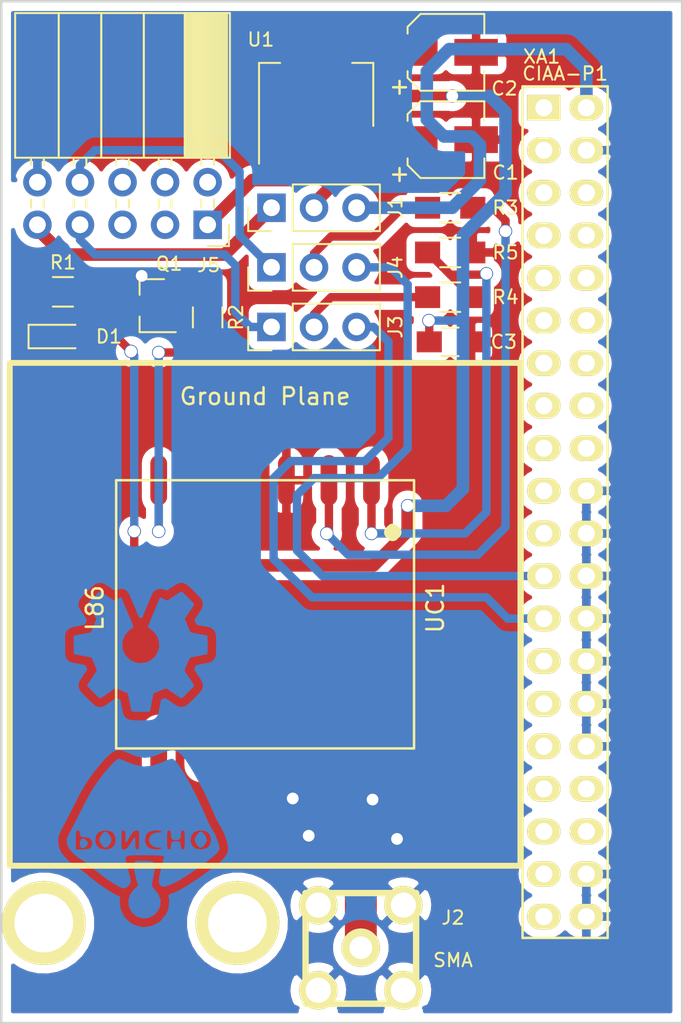
<source format=kicad_pcb>
(kicad_pcb (version 4) (host pcbnew 4.0.6)
  (title_block (title "Poncho L86") (date 2017-09-07) (rev 1.1) (company "Iván Sierra - Cika Internacional") (comment 1 "Tel: (5411) 4522-5466 (Rotativas)") (comment 2 "Sede Argentina: Av. de Los Incas 4821 (1427) – Bs. As.") (comment 3 http://cikainternacional.com/) (comment 4 "Soluciones Electrónicas Integrales"))
  (layers (0 F.Cu signal) (31 B.Cu signal) (34 B.Paste user) (35 F.Paste user) (36 B.SilkS user) (37 F.SilkS user) (38 B.Mask user) (39 F.Mask user) (44 Edge.Cuts user))
  (net 0 "")
  (net 1 +3V3)
  (net 2 GND)
  (net 3 "Net-(D1-Pad1)")
  (net 4 "Net-(Q1-Pad1)")
  (net 5 "Net-(Q1-Pad3)")
  (net 6 RX)
  (net 7 TX)
  (net 8 "Net-(R2-Pad2)")
  (net 9 "Net-(UC1-Pad7)")
  (net 10 "Net-(UC1-Pad8)")
  (net 11 "Net-(UC1-Pad9)")
  (net 12 "Net-(C1-Pad1)")
  (net 13 Vcc_USB-UART)
  (net 14 "Net-(J1-Pad3)")
  (net 15 "Net-(J2-Pad1)")
  (net 16 "Net-(J3-Pad1)")
  (net 17 "Net-(J3-Pad2)")
  (net 18 "Net-(J3-Pad3)")
  (net 19 "Net-(J4-Pad1)")
  (net 20 "Net-(J4-Pad2)")
  (net 21 "Net-(J4-Pad3)")
  (net 22 "Net-(J5-Pad2)")
  (net 23 "Net-(J5-Pad3)")
  (net 24 "Net-(J5-Pad4)")
  (net 25 "Net-(J5-Pad5)")
  (net 26 "Net-(J5-Pad6)")
  (net 27 "Net-(XA1-Pad1)")
  (module Poncho_L86:LED_0805 (layer F.Cu) (at 132.715 76.5175)
    (fp_text reference D1 (at 3 0) (layer F.SilkS) (effects (font (size 0.8 0.8) (thickness 0.12))))
    (fp_text value LT8A22)
    (pad 2 smd rect (at 1.1 0 180) (size 1.2 1.2) (layers F.Cu F.Paste F.Mask) (net 1 +3V3))
    (pad 1 smd rect (at -1.1 0 180) (size 1.2 1.2) (layers F.Cu F.Paste F.Mask) (net 3 "Net-(D1-Pad1)"))
  )
  (module Poncho_L86:L86 (layer F.Cu) (at 151.384 85.09 180)
    (fp_text reference UC1 (at -3.81 -7.62 270) (layer F.SilkS))
    (fp_text value L86 (at 16.51 -7.62 270) (layer F.SilkS))
    (fp_text user "Ground Plane" (at 6.35 5 180) (layer F.SilkS))
    (fp_text user . (at -1.27 -1.905 180) (layer F.SilkS) (effects (font (size 3 3) (thickness 0.75))))
    (pad 1 smd oval (at 0 0 180) (size 1 3) (layers F.Cu F.Paste F.Mask) (net 6 RX))
    (pad 2 smd oval (at 2.54 0 180) (size 1 3) (layers F.Cu F.Paste F.Mask) (net 7 TX))
    (pad 3 smd oval (at 5.08 0 180) (size 1 3) (layers F.Cu F.Paste F.Mask) (net 2 GND))
    (pad 4 smd oval (at 7.62 0 180) (size 1 3) (layers F.Cu F.Paste F.Mask) (net 1 +3V3))
    (pad 5 smd oval (at 10.16 0 180) (size 1 3) (layers F.Cu F.Paste F.Mask) (net 1 +3V3))
    (pad 6 smd oval (at 12.7 0 180) (size 1 3) (layers F.Cu F.Paste F.Mask) (net 8 "Net-(R2-Pad2)"))
    (pad 7 smd oval (at 12.7 -16 180) (size 1 3) (layers F.Cu F.Paste F.Mask) (net 9 "Net-(UC1-Pad7)"))
    (pad 8 smd oval (at 10.16 -16 180) (size 1 3) (layers F.Cu F.Paste F.Mask) (net 10 "Net-(UC1-Pad8)"))
    (pad 9 smd oval (at 7.62 -16 180) (size 1 3) (layers F.Cu F.Paste F.Mask) (net 11 "Net-(UC1-Pad9)"))
    (pad 10 smd oval (at 5.08 -16 180) (size 1 3) (layers F.Cu F.Paste F.Mask) (net 1 +3V3))
    (pad 11 smd oval (at 2.54 -16 180) (size 1 3) (layers F.Cu F.Paste F.Mask) (net 15 "Net-(J2-Pad1)"))
    (pad 12 smd oval (at 0 -16 180) (size 1 3) (layers F.Cu F.Paste F.Mask) (net 2 GND))
  )
  (module Poncho_L86:Conn_Poncho_Derecha_Sin_Pin_Desc (layer F.Cu) (at 161.671 62.865)
    (fp_text reference XA1 (at -0.127 -3.048) (layer F.SilkS) (effects (font (size 0.8 0.8) (thickness 0.12))))
    (fp_text value Conn_PonchoMP_2x_20x2 hide)
    (fp_text user CIAA-P1 (at 1.27 -2.032) (layer F.SilkS) (effects (font (size 0.8 0.8) (thickness 0.12))))
    (pad 1 thru_hole rect (at 0 0 270) (size 1.524 2) (drill 1.016) (layers *.Cu *.Mask F.SilkS) (net 27 "Net-(XA1-Pad1)"))
    (pad 2 thru_hole oval (at 2.54 0 270) (size 1.524 2) (drill 1.016) (layers *.Cu *.Mask F.SilkS) (net 14 "Net-(J1-Pad3)"))
    (pad 11 thru_hole oval (at 0 12.7 270) (size 1.524 2) (drill 1.016) (layers *.Cu *.Mask F.SilkS))
    (pad 4 thru_hole oval (at 2.54 2.54 270) (size 1.524 2) (drill 1.016) (layers *.Cu *.Mask F.SilkS) (net 2 GND))
    (pad 13 thru_hole oval (at 0 15.24 270) (size 1.524 2) (drill 1.016) (layers *.Cu *.Mask F.SilkS))
    (pad 6 thru_hole oval (at 2.54 5.08 270) (size 1.524 2) (drill 1.016) (layers *.Cu *.Mask F.SilkS))
    (pad 15 thru_hole oval (at 0 17.78 270) (size 1.524 2) (drill 1.016) (layers *.Cu *.Mask F.SilkS))
    (pad 8 thru_hole oval (at 2.54 7.62 270) (size 1.524 2) (drill 1.016) (layers *.Cu *.Mask F.SilkS))
    (pad 17 thru_hole oval (at 0 20.32 270) (size 1.524 2) (drill 1.016) (layers *.Cu *.Mask F.SilkS))
    (pad 10 thru_hole oval (at 2.54 10.16 270) (size 1.524 2) (drill 1.016) (layers *.Cu *.Mask F.SilkS))
    (pad 19 thru_hole oval (at 0 22.86 270) (size 1.524 2) (drill 1.016) (layers *.Cu *.Mask F.SilkS))
    (pad 12 thru_hole oval (at 2.54 12.7 270) (size 1.524 2) (drill 1.016) (layers *.Cu *.Mask F.SilkS))
    (pad 21 thru_hole oval (at 0 25.4 270) (size 1.524 2) (drill 1.016) (layers *.Cu *.Mask F.SilkS))
    (pad 14 thru_hole oval (at 2.54 15.24 270) (size 1.524 2) (drill 1.016) (layers *.Cu *.Mask F.SilkS))
    (pad 23 thru_hole oval (at 0 27.94 270) (size 1.524 2) (drill 1.016) (layers *.Cu *.Mask F.SilkS) (net 21 "Net-(J4-Pad3)"))
    (pad 16 thru_hole oval (at 2.54 17.78 270) (size 1.524 2) (drill 1.016) (layers *.Cu *.Mask F.SilkS))
    (pad 25 thru_hole oval (at 0 30.48 270) (size 1.524 2) (drill 1.016) (layers *.Cu *.Mask F.SilkS) (net 18 "Net-(J3-Pad3)"))
    (pad 18 thru_hole oval (at 2.54 20.32 270) (size 1.524 2) (drill 1.016) (layers *.Cu *.Mask F.SilkS))
    (pad 27 thru_hole oval (at 0 33.02 270) (size 1.524 2) (drill 1.016) (layers *.Cu *.Mask F.SilkS))
    (pad 20 thru_hole oval (at 2.54 22.86 270) (size 1.524 2) (drill 1.016) (layers *.Cu *.Mask F.SilkS) (net 2 GND))
    (pad 29 thru_hole oval (at 0 35.56 270) (size 1.524 2) (drill 1.016) (layers *.Cu *.Mask F.SilkS))
    (pad 22 thru_hole oval (at 2.54 25.4 270) (size 1.524 2) (drill 1.016) (layers *.Cu *.Mask F.SilkS) (net 2 GND))
    (pad 31 thru_hole oval (at 0 38.1 270) (size 1.524 2) (drill 1.016) (layers *.Cu *.Mask F.SilkS))
    (pad 24 thru_hole oval (at 2.54 27.94 270) (size 1.524 2) (drill 1.016) (layers *.Cu *.Mask F.SilkS) (net 2 GND))
    (pad 26 thru_hole oval (at 2.54 30.48 270) (size 1.524 2) (drill 1.016) (layers *.Cu *.Mask F.SilkS) (net 2 GND))
    (pad 33 thru_hole oval (at 0 40.64 270) (size 1.524 2) (drill 1.016) (layers *.Cu *.Mask F.SilkS))
    (pad 28 thru_hole oval (at 2.54 33.02 270) (size 1.524 2) (drill 1.016) (layers *.Cu *.Mask F.SilkS) (net 2 GND))
    (pad 32 thru_hole oval (at 2.54 38.1 270) (size 1.524 2) (drill 1.016) (layers *.Cu *.Mask F.SilkS) (net 2 GND))
    (pad 34 thru_hole oval (at 2.54 40.64 270) (size 1.524 2) (drill 1.016) (layers *.Cu *.Mask F.SilkS))
    (pad 36 thru_hole oval (at 2.54 43.18 270) (size 1.524 2) (drill 1.016) (layers *.Cu *.Mask F.SilkS))
    (pad 38 thru_hole oval (at 2.54 45.72 270) (size 1.524 2) (drill 1.016) (layers *.Cu *.Mask F.SilkS) (net 2 GND))
    (pad 35 thru_hole oval (at 0 43.18 270) (size 1.524 2) (drill 1.016) (layers *.Cu *.Mask F.SilkS))
    (pad 37 thru_hole oval (at 0 45.72 270) (size 1.524 2) (drill 1.016) (layers *.Cu *.Mask F.SilkS))
    (pad 3 thru_hole oval (at 0 2.54 270) (size 1.524 2) (drill 1.016) (layers *.Cu *.Mask F.SilkS))
    (pad 5 thru_hole oval (at 0 5.08 270) (size 1.524 2) (drill 1.016) (layers *.Cu *.Mask F.SilkS))
    (pad 7 thru_hole oval (at 0 7.62 270) (size 1.524 2) (drill 1.016) (layers *.Cu *.Mask F.SilkS))
    (pad 9 thru_hole oval (at 0 10.16 270) (size 1.524 2) (drill 1.016) (layers *.Cu *.Mask F.SilkS))
    (pad 39 thru_hole oval (at 0 48.26 270) (size 1.524 2) (drill 1.016) (layers *.Cu *.Mask F.SilkS))
    (pad 40 thru_hole oval (at 2.54 48.26 270) (size 1.524 2) (drill 1.016) (layers *.Cu *.Mask F.SilkS) (net 2 GND))
    (pad 30 thru_hole oval (at 2.54 35.56 270) (size 1.524 2) (drill 1.016) (layers *.Cu *.Mask F.SilkS) (net 2 GND))
  )
  (module Poncho_L86:CP_Elec_4x5.3 (layer F.Cu) (at 155.829 64.77)
    (fp_text reference C1 (at 3.556 1.9685) (layer F.SilkS) (effects (font (size 0.8 0.8) (thickness 0.12))))
    (fp_text value 10uF/16V)
    (fp_text user + (at -2.77 2.01) (layer F.SilkS))
    (pad 1 smd rect (at -1.8 0 180) (size 2.6 1.6) (layers F.Cu F.Paste F.Mask) (net 12 "Net-(C1-Pad1)"))
    (pad 2 smd rect (at 1.8 0 180) (size 2.6 1.6) (layers F.Cu F.Paste F.Mask) (net 2 GND))
  )
  (module Poncho_L86:CP_Elec_4x5.3 (layer F.Cu) (at 155.829 59.563)
    (fp_text reference C2 (at 3.4925 2.159) (layer F.SilkS) (effects (font (size 0.8 0.8) (thickness 0.12))))
    (fp_text value 10uF/16V)
    (fp_text user + (at -2.77 2.01) (layer F.SilkS))
    (pad 1 smd rect (at -1.8 0 180) (size 2.6 1.6) (layers F.Cu F.Paste F.Mask) (net 1 +3V3))
    (pad 2 smd rect (at 1.8 0 180) (size 2.6 1.6) (layers F.Cu F.Paste F.Mask) (net 2 GND))
  )
  (module Poncho_L86:C_0805_HandSoldering (layer F.Cu) (at 156.083 76.835)
    (fp_text reference C3 (at 3.2 0) (layer F.SilkS) (effects (font (size 0.8 0.8) (thickness 0.12))))
    (fp_text value 100nF)
    (pad 1 smd rect (at -1.25 0) (size 1.5 1.25) (layers F.Cu F.Paste F.Mask) (net 1 +3V3))
    (pad 2 smd rect (at 1.25 0) (size 1.5 1.25) (layers F.Cu F.Paste F.Mask) (net 2 GND))
  )
  (module Poncho_L86:Pin_Header_Straight_1x03_Pitch2.54mm (layer F.Cu) (at 145.415 68.834 90)
    (fp_text reference J1 (at 0 7.4 90) (layer F.SilkS) (effects (font (size 0.8 0.8) (thickness 0.12))))
    (fp_text value JP_Vcc)
    (pad 1 thru_hole rect (at 0 0 90) (size 1.7 1.7) (drill 1) (layers *.Cu *.Mask) (net 13 Vcc_USB-UART))
    (pad 2 thru_hole oval (at 0 2.54 90) (size 1.7 1.7) (drill 1) (layers *.Cu *.Mask) (net 12 "Net-(C1-Pad1)"))
    (pad 3 thru_hole oval (at 0 5.08 90) (size 1.7 1.7) (drill 1) (layers *.Cu *.Mask) (net 14 "Net-(J1-Pad3)"))
  )
  (module Poncho_L86:Pin_Header_Straight_1x03_Pitch2.54mm (layer F.Cu) (at 145.415 75.946 90)
    (fp_text reference J3 (at 0 7.4 90) (layer F.SilkS) (effects (font (size 0.8 0.8) (thickness 0.12))))
    (fp_text value JP_TX)
    (pad 1 thru_hole rect (at 0 0 90) (size 1.7 1.7) (drill 1) (layers *.Cu *.Mask) (net 16 "Net-(J3-Pad1)"))
    (pad 2 thru_hole oval (at 0 2.54 90) (size 1.7 1.7) (drill 1) (layers *.Cu *.Mask) (net 17 "Net-(J3-Pad2)"))
    (pad 3 thru_hole oval (at 0 5.08 90) (size 1.7 1.7) (drill 1) (layers *.Cu *.Mask) (net 18 "Net-(J3-Pad3)"))
  )
  (module Poncho_L86:Pin_Header_Straight_1x03_Pitch2.54mm (layer F.Cu) (at 145.415 72.39 90)
    (fp_text reference J4 (at 0 7.4 90) (layer F.SilkS) (effects (font (size 0.8 0.8) (thickness 0.12))))
    (fp_text value JP_RX)
    (pad 1 thru_hole rect (at 0 0 90) (size 1.7 1.7) (drill 1) (layers *.Cu *.Mask) (net 19 "Net-(J4-Pad1)"))
    (pad 2 thru_hole oval (at 0 2.54 90) (size 1.7 1.7) (drill 1) (layers *.Cu *.Mask) (net 20 "Net-(J4-Pad2)"))
    (pad 3 thru_hole oval (at 0 5.08 90) (size 1.7 1.7) (drill 1) (layers *.Cu *.Mask) (net 21 "Net-(J4-Pad3)"))
  )
  (module Poncho_L86:Socket_Strip_Angled_2x05_Pitch2.54mm (layer F.Cu) (at 141.605 69.85 270)
    (fp_text reference J5 (at 2.413 -0.0635 360) (layer F.SilkS) (effects (font (size 0.8 0.8) (thickness 0.12))))
    (fp_text value CONN_USB-UART)
    (pad 1 thru_hole rect (at 0 0 270) (size 1.7 1.7) (drill 1) (layers *.Cu *.Mask) (net 1 +3V3))
    (pad 2 thru_hole oval (at -2.54 0 270) (size 1.7 1.7) (drill 1) (layers *.Cu *.Mask) (net 22 "Net-(J5-Pad2)"))
    (pad 3 thru_hole oval (at 0 2.54 270) (size 1.7 1.7) (drill 1) (layers *.Cu *.Mask) (net 23 "Net-(J5-Pad3)"))
    (pad 4 thru_hole oval (at -2.54 2.54 270) (size 1.7 1.7) (drill 1) (layers *.Cu *.Mask) (net 24 "Net-(J5-Pad4)"))
    (pad 5 thru_hole oval (at 0 5.08 270) (size 1.7 1.7) (drill 1) (layers *.Cu *.Mask) (net 25 "Net-(J5-Pad5)"))
    (pad 6 thru_hole oval (at -2.54 5.08 270) (size 1.7 1.7) (drill 1) (layers *.Cu *.Mask) (net 26 "Net-(J5-Pad6)"))
    (pad 7 thru_hole oval (at 0 7.62 270) (size 1.7 1.7) (drill 1) (layers *.Cu *.Mask) (net 16 "Net-(J3-Pad1)"))
    (pad 8 thru_hole oval (at -2.54 7.62 270) (size 1.7 1.7) (drill 1) (layers *.Cu *.Mask) (net 19 "Net-(J4-Pad1)"))
    (pad 9 thru_hole oval (at 0 10.16 270) (size 1.7 1.7) (drill 1) (layers *.Cu *.Mask) (net 13 Vcc_USB-UART))
    (pad 10 thru_hole oval (at -2.54 10.16 270) (size 1.7 1.7) (drill 1) (layers *.Cu *.Mask) (net 2 GND))
  )
  (module Poncho_L86:SOT-23 (layer F.Cu) (at 138.303 74.676 180)
    (fp_text reference Q1 (at -1 2.5 180) (layer F.SilkS) (effects (font (size 0.8 0.8) (thickness 0.12))))
    (fp_text value BC847B)
    (pad 1 smd rect (at -1 -0.95 180) (size 0.9 0.8) (layers F.Cu F.Paste F.Mask) (net 4 "Net-(Q1-Pad1)"))
    (pad 2 smd rect (at -1 0.95 180) (size 0.9 0.8) (layers F.Cu F.Paste F.Mask) (net 2 GND))
    (pad 3 smd rect (at 1 0 180) (size 0.9 0.8) (layers F.Cu F.Paste F.Mask) (net 5 "Net-(Q1-Pad3)"))
  )
  (module Poncho_L86:R_0805_HandSoldering (layer F.Cu) (at 141.605 75.3745 270)
    (fp_text reference R2 (at 0 -1.7 270) (layer F.SilkS) (effects (font (size 0.8 0.8) (thickness 0.12))))
    (fp_text value 4K7)
    (pad 1 smd rect (at -1.35 0 270) (size 1.5 1.3) (layers F.Cu F.Paste F.Mask) (net 4 "Net-(Q1-Pad1)"))
    (pad 2 smd rect (at 1.35 0 270) (size 1.5 1.3) (layers F.Cu F.Paste F.Mask) (net 8 "Net-(R2-Pad2)"))
  )
  (module Poncho_L86:R_0805_HandSoldering (layer F.Cu) (at 156.083 68.834 180)
    (fp_text reference R3 (at -3.3 0 180) (layer F.SilkS) (effects (font (size 0.8 0.8) (thickness 0.12))))
    (fp_text value 1K)
    (pad 1 smd rect (at -1.35 0 180) (size 1.5 1.3) (layers F.Cu F.Paste F.Mask) (net 7 TX))
    (pad 2 smd rect (at 1.35 0 180) (size 1.5 1.3) (layers F.Cu F.Paste F.Mask) (net 20 "Net-(J4-Pad2)"))
  )
  (module Poncho_L86:R_0805_HandSoldering (layer F.Cu) (at 156.083 74.168 180)
    (fp_text reference R4 (at -3.3 0 180) (layer F.SilkS) (effects (font (size 0.8 0.8) (thickness 0.12))))
    (fp_text value 1K)
    (pad 1 smd rect (at -1.35 0 180) (size 1.5 1.3) (layers F.Cu F.Paste F.Mask) (net 6 RX))
    (pad 2 smd rect (at 1.35 0 180) (size 1.5 1.3) (layers F.Cu F.Paste F.Mask) (net 17 "Net-(J3-Pad2)"))
  )
  (module Poncho_L86:R_0805_HandSoldering (layer F.Cu) (at 156.083 71.501 180)
    (fp_text reference R5 (at -3.3 0 180) (layer F.SilkS) (effects (font (size 0.8 0.8) (thickness 0.12))))
    (fp_text value 4K7)
    (pad 1 smd rect (at -1.35 0 180) (size 1.5 1.3) (layers F.Cu F.Paste F.Mask) (net 2 GND))
    (pad 2 smd rect (at 1.35 0 180) (size 1.5 1.3) (layers F.Cu F.Paste F.Mask) (net 6 RX))
  )
  (module Poncho_L86:SOT-223 (layer F.Cu) (at 148.082 62.103 90)
    (fp_text reference U1 (at 3.302 -3.302 180) (layer F.SilkS) (effects (font (size 0.8 0.8) (thickness 0.12))))
    (fp_text value AP111733)
    (pad 4 smd rect (at 3.15 0 90) (size 2 3.8) (layers F.Cu F.Paste F.Mask) (net 1 +3V3))
    (pad 2 smd rect (at -3.15 0 90) (size 2 1.5) (layers F.Cu F.Paste F.Mask) (net 1 +3V3))
    (pad 3 smd rect (at -3.15 2.3 90) (size 2 1.5) (layers F.Cu F.Paste F.Mask) (net 12 "Net-(C1-Pad1)"))
    (pad 1 smd rect (at -3.15 -2.3 90) (size 2 1.5) (layers F.Cu F.Paste F.Mask) (net 2 GND))
  )
  (module Poncho_L86:R_0805_HandSoldering (layer F.Cu) (at 132.969 73.8505 180)
    (fp_text reference R1 (at 0 1.75 180) (layer F.SilkS) (effects (font (size 0.8 0.8) (thickness 0.12))))
    (fp_text value 470)
    (pad 1 smd rect (at -1.35 0 180) (size 1.5 1.3) (layers F.Cu F.Paste F.Mask) (net 5 "Net-(Q1-Pad3)"))
    (pad 2 smd rect (at 1.35 0 180) (size 1.5 1.3) (layers F.Cu F.Paste F.Mask) (net 3 "Net-(D1-Pad1)"))
  )
  (module Poncho_L86:sma_90 (layer F.Cu) (at 150.749 117.221)
    (fp_text reference J2 (at 5.5 -6.0325) (layer F.SilkS) (effects (font (size 0.8 0.8) (thickness 0.12))))
    (fp_text value SMA (at 5.5 -3.5) (layer F.SilkS) (effects (font (size 0.8 0.8) (thickness 0.12))))
    (pad 1 thru_hole circle (at 0 -4.2418) (size 2.3 2.3) (drill 1.35) (layers *.Cu *.Mask F.SilkS) (net 15 "Net-(J2-Pad1)"))
    (pad 2 thru_hole circle (at 2.54 -6.7818) (size 2.3 2.3) (drill 1.5) (layers *.Cu *.Mask F.SilkS) (net 2 GND))
    (pad 2 thru_hole circle (at -2.54 -6.7818) (size 2.3 2.3) (drill 1.5) (layers *.Cu *.Mask F.SilkS) (net 2 GND))
    (pad 2 thru_hole circle (at -2.54 -1.7018) (size 2.3 2.3) (drill 1.5) (layers *.Cu *.Mask F.SilkS) (net 2 GND))
    (pad 2 thru_hole circle (at 2.54 -1.7018) (size 2.3 2.3) (drill 1.5) (layers *.Cu *.Mask F.SilkS) (net 2 GND))
  )
  (module Poncho_L86:Led_Hole (layer F.Cu) (at 143.383 111.506)
    (fp_text reference H2 hide)
    (fp_text value PCB_HOLE hide)
    (pad 1 thru_hole circle (at 0 0) (size 5 5) (drill 3.5) (layers *.Cu *.Mask F.SilkS))
  )
  (module Poncho_L86:Led_Hole (layer F.Cu) (at 131.826 111.506)
    (fp_text reference H2 hide)
    (fp_text value PCB_HOLE hide)
    (pad 1 thru_hole circle (at 0 0) (size 5 5) (drill 3.5) (layers *.Cu *.Mask F.SilkS))
  )
  (module Poncho_L86:Logo_OSHWA_Cu (layer B.Cu) (at 137.6045 95.3135)
    (fp_text reference "" (at 0 0) (layer B.SilkS) (effects (justify mirror)))
    (fp_text value "" (at 0 0) (layer B.SilkS) (effects (justify mirror)))
    (fp_poly (pts (xy -2.42316 -3.59156) (xy -2.38252 -3.57124) (xy -2.28854 -3.51282) (xy -2.15392 -3.42392) (xy -1.99644 -3.31978) (xy -1.83896 -3.21056) (xy -1.70942 -3.1242) (xy -1.61798 -3.06578) (xy -1.57988 -3.04546) (xy -1.55956 -3.05054) (xy -1.48336 -3.08864) (xy -1.37414 -3.14452) (xy -1.31064 -3.17754) (xy -1.21158 -3.22072) (xy -1.16078 -3.23088) (xy -1.15316 -3.21564) (xy -1.11506 -3.13944) (xy -1.05918 -3.00736) (xy -0.98298 -2.83464) (xy -0.89662 -2.63144) (xy -0.80264 -2.413) (xy -0.7112 -2.18948) (xy -0.6223 -1.97612) (xy -0.54356 -1.78562) (xy -0.48006 -1.63068) (xy -0.43942 -1.52146) (xy -0.42418 -1.47574) (xy -0.42926 -1.46558) (xy -0.48006 -1.41732) (xy -0.56642 -1.35128) (xy -0.75692 -1.19634) (xy -0.94234 -0.96266) (xy -1.05664 -0.6985) (xy -1.09474 -0.40386) (xy -1.06172 -0.13208) (xy -0.95504 0.12954) (xy -0.77216 0.36576) (xy -0.55118 0.54102) (xy -0.2921 0.65278) (xy 0 0.68834) (xy 0.2794 0.65786) (xy 0.5461 0.55118) (xy 0.78232 0.37084) (xy 0.88138 0.25654) (xy 1.01854 0.01778) (xy 1.09728 -0.23876) (xy 1.1049 -0.30226) (xy 1.09474 -0.5842) (xy 1.01092 -0.85344) (xy 0.8636 -1.09474) (xy 0.65786 -1.29032) (xy 0.62992 -1.31064) (xy 0.53594 -1.38176) (xy 0.47244 -1.43002) (xy 0.42164 -1.47066) (xy 0.77978 -2.33172) (xy 0.83566 -2.46888) (xy 0.93472 -2.7051) (xy 1.02108 -2.9083) (xy 1.08966 -3.06832) (xy 1.13792 -3.17754) (xy 1.15824 -3.22072) (xy 1.16078 -3.22326) (xy 1.19126 -3.22834) (xy 1.2573 -3.20294) (xy 1.37668 -3.14452) (xy 1.45796 -3.10388) (xy 1.5494 -3.0607) (xy 1.59004 -3.04546) (xy 1.6256 -3.06324) (xy 1.71196 -3.12166) (xy 1.8415 -3.20548) (xy 1.9939 -3.30962) (xy 2.14122 -3.41122) (xy 2.27584 -3.50012) (xy 2.3749 -3.56108) (xy 2.42316 -3.58902) (xy 2.43078 -3.58902) (xy 2.47142 -3.56362) (xy 2.55016 -3.50012) (xy 2.667 -3.38836) (xy 2.8321 -3.2258) (xy 2.8575 -3.2004) (xy 2.99466 -3.0607) (xy 3.10642 -2.94386) (xy 3.18008 -2.86258) (xy 3.20548 -2.82448) (xy 3.20548 -2.82448) (xy 3.18262 -2.77622) (xy 3.11912 -2.6797) (xy 3.03022 -2.54254) (xy 2.921 -2.38252) (xy 2.63652 -1.9685) (xy 2.794 -1.57734) (xy 2.84226 -1.45796) (xy 2.90322 -1.31318) (xy 2.9464 -1.20904) (xy 2.9718 -1.16332) (xy 3.01244 -1.14808) (xy 3.12166 -1.12268) (xy 3.2766 -1.08966) (xy 3.45948 -1.05664) (xy 3.63728 -1.02362) (xy 3.7973 -0.99314) (xy 3.9116 -0.97028) (xy 3.9624 -0.96012) (xy 3.9751 -0.9525) (xy 3.98526 -0.9271) (xy 3.99288 -0.87376) (xy 3.99542 -0.77724) (xy 3.99796 -0.62484) (xy 3.99796 -0.40386) (xy 3.99796 -0.381) (xy 3.99542 -0.17018) (xy 3.99288 -0.00254) (xy 3.9878 0.10668) (xy 3.98018 0.14986) (xy 3.98018 0.14986) (xy 3.92938 0.16256) (xy 3.81762 0.18542) (xy 3.6576 0.21844) (xy 3.4671 0.254) (xy 3.45694 0.25654) (xy 3.26644 0.2921) (xy 3.10896 0.32512) (xy 2.9972 0.35052) (xy 2.95148 0.36576) (xy 2.94132 0.37846) (xy 2.90322 0.45212) (xy 2.84734 0.56896) (xy 2.78638 0.71374) (xy 2.72288 0.86106) (xy 2.66954 0.99568) (xy 2.63398 1.09474) (xy 2.62382 1.14046) (xy 2.62382 1.14046) (xy 2.65176 1.18618) (xy 2.7178 1.28524) (xy 2.80924 1.41986) (xy 2.921 1.58242) (xy 2.92862 1.59512) (xy 3.03784 1.75514) (xy 3.12674 1.88976) (xy 3.18516 1.98628) (xy 3.20548 2.02946) (xy 3.20548 2.032) (xy 3.16992 2.08026) (xy 3.08864 2.16916) (xy 2.9718 2.29108) (xy 2.8321 2.43332) (xy 2.78638 2.4765) (xy 2.63144 2.6289) (xy 2.52476 2.72796) (xy 2.45618 2.7813) (xy 2.42316 2.794) (xy 2.42316 2.79146) (xy 2.3749 2.76352) (xy 2.2733 2.69748) (xy 2.13614 2.6035) (xy 1.97358 2.49428) (xy 1.96342 2.48666) (xy 1.8034 2.37744) (xy 1.67132 2.28854) (xy 1.5748 2.22504) (xy 1.53416 2.19964) (xy 1.52654 2.19964) (xy 1.46304 2.21996) (xy 1.34874 2.25806) (xy 1.20904 2.31394) (xy 1.06172 2.37236) (xy 0.9271 2.42824) (xy 0.8255 2.4765) (xy 0.77724 2.5019) (xy 0.77724 2.50444) (xy 0.75946 2.56286) (xy 0.73152 2.68224) (xy 0.6985 2.84734) (xy 0.6604 3.04292) (xy 0.65532 3.0734) (xy 0.61976 3.2639) (xy 0.58928 3.42138) (xy 0.56642 3.5306) (xy 0.55372 3.57632) (xy 0.52832 3.5814) (xy 0.43434 3.58902) (xy 0.2921 3.59156) (xy 0.11938 3.5941) (xy -0.06096 3.59156) (xy -0.23622 3.58902) (xy -0.38862 3.58394) (xy -0.4953 3.57632) (xy -0.54102 3.56616) (xy -0.54356 3.56362) (xy -0.5588 3.5052) (xy -0.5842 3.38582) (xy -0.61976 3.22072) (xy -0.65786 3.0226) (xy -0.66294 2.98958) (xy -0.6985 2.79908) (xy -0.73152 2.64414) (xy -0.75438 2.53492) (xy -0.76708 2.49428) (xy -0.78232 2.48412) (xy -0.86106 2.4511) (xy -0.98806 2.39776) (xy -1.14808 2.33426) (xy -1.51384 2.1844) (xy -1.96088 2.49428) (xy -2.00406 2.52222) (xy -2.16408 2.63144) (xy -2.2987 2.72034) (xy -2.39014 2.77876) (xy -2.42824 2.80162) (xy -2.43078 2.79908) (xy -2.4765 2.76098) (xy -2.5654 2.67716) (xy -2.68732 2.55778) (xy -2.82702 2.41808) (xy -2.93116 2.31394) (xy -3.05562 2.18694) (xy -3.13436 2.10312) (xy -3.17754 2.04724) (xy -3.19278 2.01422) (xy -3.1877 1.9939) (xy -3.15976 1.94818) (xy -3.09372 1.84912) (xy -3.00228 1.71196) (xy -2.89306 1.55448) (xy -2.80162 1.41986) (xy -2.7051 1.27) (xy -2.6416 1.16332) (xy -2.61874 1.10998) (xy -2.62382 1.08712) (xy -2.65684 1.00076) (xy -2.71018 0.86614) (xy -2.77622 0.70866) (xy -2.9337 0.35306) (xy -3.16738 0.30988) (xy -3.30708 0.28194) (xy -3.5052 0.24384) (xy -3.69316 0.20828) (xy -3.9878 0.14986) (xy -3.99796 -0.93218) (xy -3.95224 -0.9525) (xy -3.90906 -0.9652) (xy -3.79984 -0.98806) (xy -3.6449 -1.01854) (xy -3.45948 -1.0541) (xy -3.30454 -1.08458) (xy -3.14452 -1.11252) (xy -3.03276 -1.13538) (xy -2.98196 -1.14554) (xy -2.96926 -1.16332) (xy -2.92862 -1.23952) (xy -2.87274 -1.36144) (xy -2.81178 -1.50876) (xy -2.74828 -1.65862) (xy -2.6924 -1.79832) (xy -2.65176 -1.905) (xy -2.63906 -1.96088) (xy -2.65938 -2.00406) (xy -2.72034 -2.0955) (xy -2.8067 -2.22758) (xy -2.91338 -2.38506) (xy -3.0226 -2.54254) (xy -3.1115 -2.67716) (xy -3.175 -2.77368) (xy -3.2004 -2.81686) (xy -3.1877 -2.84734) (xy -3.12674 -2.92354) (xy -3.00736 -3.04546) (xy -2.8321 -3.22072) (xy -2.80162 -3.24866) (xy -2.66192 -3.38328) (xy -2.54254 -3.4925) (xy -2.46126 -3.56616) (xy -2.42316 -3.59156)) (layer B.Cu) (width 0.00254))
  )
  (module Poncho_L86:Logo_Poncho_Cu (layer B.Cu) (at 137.7315 106.426)
    (fp_text reference "" (at 0 0) (layer B.SilkS) (effects (justify mirror)))
    (fp_text value "" (at 0 0) (layer B.SilkS) (effects (justify mirror)))
    (fp_poly (pts (xy 4.535714 0.627021) (xy 4.498746 0.420109) (xy 4.405012 0.1352) (xy 4.280272 -0.162897) (xy 4.150281 -0.409374) (xy 4.123376 -0.447413) (xy 4.123376 0.123701) (xy 4.058326 0.436938) (xy 3.869112 0.644378) (xy 3.564639 0.737671) (xy 3.463636 0.742208) (xy 3.129516 0.681223) (xy 2.908248 0.503835) (xy 2.808734 0.218392) (xy 2.803896 0.123701) (xy 2.868946 -0.189536) (xy 3.058159 -0.396975) (xy 3.362633 -0.490269) (xy 3.463636 -0.494805) (xy 3.797606 -0.436492) (xy 3.958441 -0.32987) (xy 4.092315 -0.09203) (xy 4.123376 0.123701) (xy 4.123376 -0.447413) (xy 4.089856 -0.494805) (xy 4.013749 -0.621925) (xy 3.89522 -0.861365) (xy 3.753792 -1.172585) (xy 3.672876 -1.360714) (xy 3.421635 -1.929272) (xy 3.149718 -2.496808) (xy 2.869494 -3.041693) (xy 2.593334 -3.542296) (xy 2.556493 -3.603955) (xy 2.556493 0.123701) (xy 2.552598 0.439936) (xy 2.534834 0.625484) (xy 2.494089 0.714524) (xy 2.421247 0.741238) (xy 2.391558 0.742208) (xy 2.270831 0.703329) (xy 2.228325 0.558669) (xy 2.226623 0.494805) (xy 2.206189 0.31957) (xy 2.109798 0.254982) (xy 1.97922 0.247402) (xy 1.803985 0.267837) (xy 1.739397 0.364227) (xy 1.731818 0.494805) (xy 1.705898 0.675896) (xy 1.609459 0.739655) (xy 1.566883 0.742208) (xy 1.482553 0.727599) (xy 1.433074 0.660988) (xy 1.40933 0.508193) (xy 1.402206 0.235036) (xy 1.401948 0.123701) (xy 1.405843 -0.192533) (xy 1.423606 -0.378081) (xy 1.464351 -0.467122) (xy 1.537193 -0.493835) (xy 1.566883 -0.494805) (xy 1.680559 -0.462518) (xy 1.726426 -0.336472) (xy 1.731818 -0.206169) (xy 1.745609 -0.012245) (xy 1.815564 0.067294) (xy 1.97922 0.082467) (xy 2.145441 0.066377) (xy 2.213617 -0.015237) (xy 2.226623 -0.206169) (xy 2.245073 -0.405103) (xy 2.317099 -0.48537) (xy 2.391558 -0.494805) (xy 2.475887 -0.480197) (xy 2.525367 -0.413586) (xy 2.549111 -0.260791) (xy 2.556234 0.012366) (xy 2.556493 0.123701) (xy 2.556493 -3.603955) (xy 2.33361 -3.976986) (xy 2.102692 -4.324132) (xy 1.912952 -4.562103) (xy 1.781691 -4.667512) (xy 1.660102 -4.654002) (xy 1.438445 -4.580892) (xy 1.163465 -4.463746) (xy 1.154545 -4.459546) (xy 1.154545 -0.36149) (xy 1.110706 -0.268405) (xy 0.956623 -0.266159) (xy 0.938776 -0.269422) (xy 0.717011 -0.243945) (xy 0.523128 -0.11531) (xy 0.417755 0.07121) (xy 0.412337 0.123701) (xy 0.484303 0.318602) (xy 0.658393 0.472009) (xy 0.871896 0.536691) (xy 0.949632 0.528355) (xy 1.105982 0.515384) (xy 1.154279 0.597467) (xy 1.154545 0.609566) (xy 1.114247 0.69528) (xy 0.970303 0.735064) (xy 0.783441 0.742208) (xy 0.429195 0.687347) (xy 0.198088 0.523118) (xy 0.090717 0.250044) (xy 0.082467 0.123701) (xy 0.144642 -0.188869) (xy 0.330769 -0.392787) (xy 0.640252 -0.487526) (xy 0.783441 -0.494805) (xy 1.022962 -0.480515) (xy 1.134243 -0.429291) (xy 1.154545 -0.36149) (xy 1.154545 -4.459546) (xy 1.148315 -4.456614) (xy 0.592041 -4.256938) (xy 0.061238 -4.207886) (xy -0.164935 -4.249843) (xy -0.164935 0.123701) (xy -0.168831 0.439936) (xy -0.186594 0.625484) (xy -0.227339 0.714524) (xy -0.300181 0.741238) (xy -0.329871 0.742208) (xy -0.435349 0.716231) (xy -0.483875 0.609894) (xy -0.495586 0.391721) (xy -0.496366 0.041234) (xy -0.706429 0.391721) (xy -0.874005 0.625569) (xy -1.029731 0.729733) (xy -1.117986 0.742208) (xy -1.220495 0.733937) (xy -1.280586 0.685976) (xy -1.309571 0.563603) (xy -1.318762 0.332094) (xy -1.319481 0.123701) (xy -1.315585 -0.192533) (xy -1.297822 -0.378081) (xy -1.257077 -0.467122) (xy -1.184235 -0.493835) (xy -1.154546 -0.494805) (xy -1.049068 -0.468829) (xy -1.000541 -0.362492) (xy -0.988831 -0.144318) (xy -0.98805 0.206169) (xy -0.777988 -0.144318) (xy -0.610412 -0.378167) (xy -0.454685 -0.48233) (xy -0.36643 -0.494805) (xy -0.263922 -0.486535) (xy -0.203831 -0.438574) (xy -0.174846 -0.3162) (xy -0.165655 -0.084692) (xy -0.164935 0.123701) (xy -0.164935 -4.249843) (xy -0.48241 -4.308738) (xy -0.783442 -4.420415) (xy -1.059466 -4.535832) (xy -1.285963 -4.626797) (xy -1.401948 -4.669513) (xy -1.518876 -4.625399) (xy -1.566884 -4.584033) (xy -1.566884 0.123701) (xy -1.631934 0.436938) (xy -1.821147 0.644378) (xy -2.12562 0.737671) (xy -2.226624 0.742208) (xy -2.560743 0.681223) (xy -2.782012 0.503835) (xy -2.881525 0.218392) (xy -2.886364 0.123701) (xy -2.821314 -0.189536) (xy -2.6321 -0.396975) (xy -2.327627 -0.490269) (xy -2.226624 -0.494805) (xy -1.892653 -0.436492) (xy -1.731819 -0.32987) (xy -1.597945 -0.09203) (xy -1.566884 0.123701) (xy -1.566884 -4.584033) (xy -1.717176 -4.454536) (xy -1.98582 -4.166799) (xy -2.061689 -4.078924) (xy -2.369861 -3.70727) (xy -2.632201 -3.363429) (xy -2.870341 -3.013116) (xy -2.968832 -2.849614) (xy -2.968832 0.32987) (xy -3.007485 0.54598) (xy -3.140146 0.67528) (xy -3.391869 0.734039) (xy -3.603832 0.742208) (xy -4.04091 0.742208) (xy -4.04091 0.123701) (xy -4.037014 -0.192533) (xy -4.019251 -0.378081) (xy -3.978506 -0.467122) (xy -3.905664 -0.493835) (xy -3.875974 -0.494805) (xy -3.746639 -0.446485) (xy -3.711039 -0.288637) (xy -3.687673 -0.146227) (xy -3.584731 -0.090232) (xy -3.438897 -0.082468) (xy -3.16065 -0.034793) (xy -3.008068 0.114765) (xy -2.968832 0.32987) (xy -2.968832 -2.849614) (xy -3.105916 -2.622046) (xy -3.360558 -2.155935) (xy -3.6559 -1.580499) (xy -3.724805 -1.443182) (xy -3.927446 -1.040996) (xy -4.107468 -0.68891) (xy -4.250627 -0.414385) (xy -4.342678 -0.24488) (xy -4.366512 -0.206169) (xy -4.479713 0.061738) (xy -4.470402 0.368299) (xy -4.39208 0.562072) (xy -4.211754 0.794239) (xy -3.970771 1.027175) (xy -3.729883 1.205582) (xy -3.628572 1.257014) (xy -3.515586 1.328258) (xy -3.31072 1.481511) (xy -3.047204 1.691308) (xy -2.861153 1.845142) (xy -2.478394 2.151727) (xy -2.09396 2.434151) (xy -1.735885 2.674156) (xy -1.432202 2.853482) (xy -1.210945 2.953871) (xy -1.135923 2.968831) (xy -0.992755 2.911987) (xy -0.868796 2.807085) (xy -0.798823 2.718089) (xy -0.768465 2.621372) (xy -0.779148 2.476306) (xy -0.832302 2.242261) (xy -0.897248 1.997411) (xy -1.002077 1.614541) (xy -1.0637 1.342913) (xy -1.062894 1.163551) (xy -0.980436 1.05748) (xy -0.797105 1.005726) (xy -0.493678 0.989314) (xy -0.050932 0.989267) (xy 0.123701 0.98961) (xy 0.616616 0.993152) (xy 0.963601 1.004879) (xy 1.183529 1.026446) (xy 1.295275 1.059505) (xy 1.31948 1.094352) (xy 1.298521 1.22034) (xy 1.243133 1.457326) (xy 1.164548 1.757819) (xy 1.150407 1.809213) (xy 1.043088 2.255847) (xy 1.008894 2.569631) (xy 1.048676 2.765972) (xy 1.163285 2.860279) (xy 1.208992 2.870512) (xy 1.420553 2.83991) (xy 1.739874 2.711189) (xy 2.149801 2.493929) (xy 2.633175 2.197713) (xy 3.172841 1.832122) (xy 3.525487 1.576813) (xy 3.929546 1.272303) (xy 4.214754 1.04349) (xy 4.398878 0.873667) (xy 4.499689 0.746128) (xy 4.534955 0.644167) (xy 4.535714 0.627021) (xy 4.535714 0.627021)) (layer B.Cu) (width 0.1))
    (fp_poly (pts (xy 1.023542 3.736319) (xy 0.895402 3.389445) (xy 0.679417 3.11223) (xy 0.563302 2.982356) (xy 0.508034 2.869698) (xy 0.506066 2.720981) (xy 0.549854 2.48293) (xy 0.574294 2.370022) (xy 0.658312 1.973188) (xy 0.69611 1.709422) (xy 0.675383 1.550382) (xy 0.583822 1.467723) (xy 0.409122 1.433104) (xy 0.16144 1.419187) (xy -0.12355 1.415195) (xy -0.339882 1.428263) (xy -0.43645 1.453549) (xy -0.490308 1.618268) (xy -0.466441 1.923684) (xy -0.365224 2.365222) (xy -0.360015 2.384058) (xy -0.225225 2.868872) (xy -0.488808 3.104404) (xy -0.714353 3.402585) (xy -0.808424 3.746824) (xy -0.77552 4.096523) (xy -0.620138 4.411085) (xy -0.346777 4.649915) (xy -0.31571 4.666738) (xy 0.033719 4.763905) (xy 0.380075 4.71573) (xy 0.68714 4.538441) (xy 0.918691 4.248265) (xy 0.989692 4.081895) (xy 1.023542 3.736319) (xy 1.023542 3.736319)) (layer B.Cu) (width 0.1))
    (fp_poly (pts (xy -3.320079 0.321578) (xy -3.381169 0.206169) (xy -3.537606 0.087441) (xy -3.656944 0.12265) (xy -3.710414 0.301007) (xy -3.711039 0.32987) (xy -3.666881 0.523821) (xy -3.553583 0.57585) (xy -3.399915 0.47517) (xy -3.381169 0.453571) (xy -3.320079 0.321578) (xy -3.320079 0.321578)) (layer B.Cu) (width 0.1))
    (fp_poly (pts (xy -1.911824 0.1467) (xy -1.935194 0.006732) (xy -2.006645 -0.114199) (xy -2.128505 -0.265484) (xy -2.225472 -0.329848) (xy -2.226624 -0.32987) (xy -2.322643 -0.267542) (xy -2.444552 -0.117317) (xy -2.446603 -0.114199) (xy -2.537406 0.05684) (xy -2.52656 0.197017) (xy -2.465958 0.318756) (xy -2.343482 0.473895) (xy -2.226624 0.536039) (xy -2.106037 0.47051) (xy -1.987289 0.318756) (xy -1.911824 0.1467) (xy -1.911824 0.1467)) (layer B.Cu) (width 0.1))
    (fp_poly (pts (xy 3.778435 0.1467) (xy 3.755065 0.006732) (xy 3.683615 -0.114199) (xy 3.561755 -0.265484) (xy 3.464788 -0.329848) (xy 3.463636 -0.32987) (xy 3.367616 -0.267542) (xy 3.245708 -0.117317) (xy 3.243657 -0.114199) (xy 3.152854 0.05684) (xy 3.163699 0.197017) (xy 3.224301 0.318756) (xy 3.346778 0.473895) (xy 3.463636 0.536039) (xy 3.584223 0.47051) (xy 3.702971 0.318756) (xy 3.778435 0.1467) (xy 3.778435 0.1467)) (layer B.Cu) (width 0.1))
  )
  (gr_text "Cika Internacional - Poncho GPS L86" (at 167.64 86.995 90) (layer F.Cu) (effects (font (size 1 1) (thickness 0.2))))
  (gr_line (start 129.286 117.475) (end 129.286 56.515) (angle 90) (layer Edge.Cuts) (width 0.15))
  (gr_line (start 169.926 117.475) (end 129.286 117.475) (angle 90) (layer Edge.Cuts) (width 0.15))
  (gr_line (start 169.926 56.515) (end 169.926 117.475) (angle 90) (layer Edge.Cuts) (width 0.15))
  (gr_line (start 129.286 56.515) (end 169.926 56.515) (angle 90) (layer Edge.Cuts) (width 0.15))
  (segment (start 156.21 62.1665) (end 148.1455 62.1665) (width 0.75) (layer F.Cu) (net 1))
  (segment (start 148.082 61.976) (end 148.082 62.23) (width 0.75) (layer F.Cu) (net 1))
  (segment (start 159.385 63.6905) (end 159.385 63.119) (width 0.75) (layer B.Cu) (net 1))
  (segment (start 159.385 63.119) (end 158.4325 62.1665) (width 0.75) (layer B.Cu) (net 1))
  (segment (start 158.4325 62.1665) (end 156.21 62.1665) (width 0.75) (layer B.Cu) (net 1))
  (via (at 156.21 62.1665) (size 0.8) (drill 0.7) (layers F.Cu B.Cu) (net 1))
  (segment (start 159.385 63.6905) (end 159.385 67.945) (width 0.75) (layer B.Cu) (net 1))
  (segment (start 148.1455 62.1665) (end 148.082 62.23) (width 0.75) (layer F.Cu) (net 1))
  (segment (start 156.845 74.9935) (end 156.845 70.485) (width 0.75) (layer B.Cu) (net 1))
  (segment (start 156.845 70.485) (end 159.385 67.945) (width 0.75) (layer B.Cu) (net 1))
  (segment (start 154.813 75.565) (end 156.845 75.565) (width 0.5) (layer B.Cu) (net 1))
  (via (at 154.813 75.565) (size 0.8) (drill 0.7) (layers F.Cu B.Cu) (net 1))
  (segment (start 154.833 75.585) (end 154.813 75.565) (width 0.5) (layer F.Cu) (net 1))
  (segment (start 154.833 76.835) (end 154.833 75.585) (width 0.5) (layer F.Cu) (net 1))
  (segment (start 137.033 77.4065) (end 137.033 77.47) (width 0.5) (layer B.Cu) (net 1))
  (via (at 137.033 77.4065) (size 0.8) (drill 0.7) (layers F.Cu B.Cu) (net 1))
  (segment (start 136.144 76.5175) (end 137.033 77.4065) (width 0.5) (layer F.Cu) (net 1))
  (segment (start 133.815 76.5175) (end 136.144 76.5175) (width 0.5) (layer F.Cu) (net 1))
  (segment (start 138.049 90.17) (end 143.764 90.17) (width 0.5) (layer F.Cu) (net 1))
  (segment (start 137.2235 89.3445) (end 138.049 90.17) (width 0.5) (layer F.Cu) (net 1))
  (segment (start 137.2235 88.138) (end 137.2235 89.3445) (width 0.5) (layer F.Cu) (net 1))
  (via (at 137.2235 88.138) (size 0.8) (drill 0.7) (layers F.Cu B.Cu) (net 1))
  (segment (start 137.2235 77.6605) (end 137.2235 88.138) (width 0.5) (layer B.Cu) (net 1))
  (segment (start 137.033 77.47) (end 137.2235 77.6605) (width 0.5) (layer B.Cu) (net 1))
  (segment (start 156.845 75.565) (end 156.845 74.9935) (width 0.75) (layer B.Cu) (net 1))
  (segment (start 159.385 67.945) (end 159.385 68.0085) (width 0.75) (layer B.Cu) (net 1))
  (segment (start 156.845 74.9935) (end 156.845 74.803) (width 0.75) (layer B.Cu) (net 1))
  (segment (start 143.764 90.17) (end 151.511 90.17) (width 0.75) (layer F.Cu) (net 1))
  (segment (start 156.845 85.598) (end 156.845 75.565) (width 0.75) (layer B.Cu) (net 1))
  (segment (start 155.829 86.614) (end 156.845 85.598) (width 0.75) (layer B.Cu) (net 1))
  (segment (start 153.543 86.614) (end 155.829 86.614) (width 0.75) (layer B.Cu) (net 1))
  (via (at 153.543 86.614) (size 0.8) (drill 0.7) (layers F.Cu B.Cu) (net 1))
  (segment (start 153.543 88.138) (end 153.543 86.614) (width 0.75) (layer F.Cu) (net 1))
  (segment (start 151.511 90.17) (end 153.543 88.138) (width 0.75) (layer F.Cu) (net 1))
  (segment (start 143.764 85.09) (end 143.764 89.662) (width 0.75) (layer F.Cu) (net 1))
  (segment (start 143.764 89.662) (end 143.764 90.17) (width 0.75) (layer F.Cu) (net 1))
  (segment (start 143.764 90.17) (end 143.764 95.377) (width 0.75) (layer F.Cu) (net 1))
  (segment (start 146.304 97.917) (end 146.304 101.09) (width 0.75) (layer F.Cu) (net 1))
  (segment (start 143.764 95.377) (end 146.304 97.917) (width 0.75) (layer F.Cu) (net 1))
  (segment (start 141.224 85.09) (end 143.764 85.09) (width 0.5) (layer F.Cu) (net 1))
  (segment (start 148.082 65.253) (end 148.082 66.167) (width 0.75) (layer F.Cu) (net 1))
  (segment (start 148.082 66.167) (end 147.066 67.183) (width 0.75) (layer F.Cu) (net 1))
  (segment (start 144.272 67.183) (end 141.605 69.85) (width 0.75) (layer F.Cu) (net 1))
  (segment (start 147.066 67.183) (end 144.272 67.183) (width 0.75) (layer F.Cu) (net 1))
  (segment (start 148.082 58.953) (end 151.155 58.953) (width 0.75) (layer F.Cu) (net 1))
  (segment (start 151.765 59.563) (end 154.029 59.563) (width 0.75) (layer F.Cu) (net 1))
  (segment (start 151.155 58.953) (end 151.765 59.563) (width 0.75) (layer F.Cu) (net 1))
  (segment (start 148.082 58.953) (end 148.082 61.976) (width 0.75) (layer F.Cu) (net 1))
  (segment (start 148.082 61.976) (end 148.082 62.103) (width 0.75) (layer F.Cu) (net 1))
  (segment (start 148.082 62.103) (end 148.082 65.253) (width 0.75) (layer F.Cu) (net 1))
  (segment (start 151.384 101.09) (end 151.384 104.0765) (width 0.2) (layer F.Cu) (net 2))
  (segment (start 151.384 104.0765) (end 151.4475 104.14) (width 0.2) (layer F.Cu) (net 2))
  (via (at 151.4475 104.14) (size 0.8) (drill 0.7) (layers F.Cu B.Cu) (net 2))
  (segment (start 151.4475 104.14) (end 151.384 104.0765) (width 0.2) (layer B.Cu) (net 2))
  (segment (start 151.384 104.0765) (end 146.685 104.0765) (width 0.2) (layer B.Cu) (net 2))
  (via (at 146.685 104.0765) (size 0.8) (drill 0.7) (layers F.Cu B.Cu) (net 2))
  (segment (start 146.685 104.0765) (end 146.685 105.6005) (width 0.2) (layer F.Cu) (net 2))
  (segment (start 146.685 105.6005) (end 147.3835 106.299) (width 0.2) (layer F.Cu) (net 2))
  (segment (start 147.3835 106.299) (end 147.6375 106.299) (width 0.2) (layer F.Cu) (net 2))
  (via (at 147.6375 106.299) (size 0.8) (drill 0.7) (layers F.Cu B.Cu) (net 2))
  (segment (start 147.6375 106.299) (end 147.828 106.4895) (width 0.2) (layer B.Cu) (net 2))
  (segment (start 147.828 106.4895) (end 152.908 106.4895) (width 0.2) (layer B.Cu) (net 2))
  (via (at 152.908 106.4895) (size 0.8) (drill 0.7) (layers F.Cu B.Cu) (net 2))
  (segment (start 139.303 73.726) (end 138.496 73.726) (width 0.5) (layer F.Cu) (net 2))
  (via (at 137.668 72.898) (size 0.8) (drill 0.7) (layers F.Cu B.Cu) (net 2))
  (segment (start 138.496 73.726) (end 137.668 72.898) (width 0.5) (layer F.Cu) (net 2))
  (segment (start 131.619 73.8505) (end 131.619 76.5135) (width 0.5) (layer F.Cu) (net 3))
  (segment (start 131.619 76.5135) (end 131.615 76.5175) (width 0.5) (layer F.Cu) (net 3))
  (segment (start 139.303 75.626) (end 140.0035 75.626) (width 0.5) (layer F.Cu) (net 4))
  (segment (start 140.0035 75.626) (end 141.605 74.0245) (width 0.5) (layer F.Cu) (net 4))
  (segment (start 139.303 75.626) (end 139.432 75.626) (width 0.5) (layer F.Cu) (net 4))
  (segment (start 137.303 74.676) (end 136.652 74.676) (width 0.5) (layer F.Cu) (net 5))
  (segment (start 135.8265 73.8505) (end 134.319 73.8505) (width 0.5) (layer F.Cu) (net 5))
  (segment (start 136.652 74.676) (end 135.8265 73.8505) (width 0.5) (layer F.Cu) (net 5))
  (segment (start 156.09125 72.82625) (end 158.18675 72.82625) (width 0.5) (layer F.Cu) (net 6))
  (segment (start 158.242 73.58) (end 158.242 86.995) (width 0.5) (layer B.Cu) (net 6))
  (segment (start 158.242 86.995) (end 156.972 88.265) (width 0.5) (layer B.Cu) (net 6))
  (segment (start 156.972 88.265) (end 151.384 88.265) (width 0.5) (layer B.Cu) (net 6))
  (via (at 151.384 88.265) (size 0.8) (drill 0.7) (layers F.Cu B.Cu) (net 6))
  (segment (start 151.384 88.265) (end 151.384 85.09) (width 0.5) (layer F.Cu) (net 6))
  (segment (start 158.242 73.66) (end 158.242 73.58) (width 0.5) (layer B.Cu) (net 6))
  (segment (start 158.242 72.771) (end 158.242 73.66) (width 0.5) (layer B.Cu) (net 6))
  (via (at 158.242 72.771) (size 0.8) (drill 0.7) (layers F.Cu B.Cu) (net 6))
  (segment (start 158.18675 72.82625) (end 158.242 72.771) (width 0.5) (layer F.Cu) (net 6))
  (segment (start 154.733 71.501) (end 154.766 71.501) (width 0.5) (layer F.Cu) (net 6))
  (segment (start 154.766 71.501) (end 156.09125 72.82625) (width 0.5) (layer F.Cu) (net 6))
  (segment (start 156.09125 72.82625) (end 157.433 74.168) (width 0.5) (layer F.Cu) (net 6))
  (segment (start 157.433 68.834) (end 158.623 68.834) (width 0.5) (layer F.Cu) (net 7))
  (via (at 159.385 70.231) (size 0.8) (drill 0.7) (layers F.Cu B.Cu) (net 7))
  (segment (start 159.385 87.757) (end 159.385 87.884) (width 0.5) (layer B.Cu) (net 7))
  (segment (start 159.385 70.866) (end 159.385 86.868) (width 0.5) (layer B.Cu) (net 7))
  (segment (start 159.385 86.868) (end 159.385 87.63) (width 0.5) (layer B.Cu) (net 7))
  (segment (start 159.385 87.63) (end 159.385 87.757) (width 0.5) (layer B.Cu) (net 7))
  (segment (start 148.844 88.138) (end 148.844 85.09) (width 0.5) (layer F.Cu) (net 7))
  (segment (start 148.717 88.265) (end 148.844 88.138) (width 0.5) (layer F.Cu) (net 7))
  (via (at 148.717 88.265) (size 0.8) (drill 0.7) (layers F.Cu B.Cu) (net 7))
  (segment (start 149.987 89.535) (end 148.717 88.265) (width 0.5) (layer B.Cu) (net 7))
  (segment (start 157.734 89.535) (end 149.987 89.535) (width 0.5) (layer B.Cu) (net 7))
  (segment (start 159.385 87.884) (end 157.734 89.535) (width 0.5) (layer B.Cu) (net 7))
  (segment (start 159.385 70.231) (end 159.385 70.866) (width 0.5) (layer B.Cu) (net 7))
  (segment (start 159.385 69.596) (end 159.385 70.231) (width 0.5) (layer F.Cu) (net 7))
  (segment (start 158.623 68.834) (end 159.385 69.596) (width 0.5) (layer F.Cu) (net 7))
  (segment (start 138.684 77.47) (end 140.8595 77.47) (width 0.5) (layer F.Cu) (net 8))
  (via (at 138.684 88.138) (size 0.8) (drill 0.7) (layers F.Cu B.Cu) (net 8))
  (segment (start 138.684 85.09) (end 138.684 88.138) (width 0.5) (layer F.Cu) (net 8))
  (segment (start 138.684 77.47) (end 138.684 78.486) (width 0.5) (layer B.Cu) (net 8))
  (via (at 138.684 77.47) (size 0.8) (drill 0.7) (layers F.Cu B.Cu) (net 8))
  (segment (start 138.684 78.486) (end 138.684 88.138) (width 0.5) (layer B.Cu) (net 8))
  (segment (start 140.8595 77.47) (end 141.605 76.7245) (width 0.5) (layer F.Cu) (net 8))
  (segment (start 147.955 68.834) (end 147.955 68.58) (width 0.75) (layer F.Cu) (net 12))
  (segment (start 147.955 68.58) (end 150.382 66.153) (width 0.75) (layer F.Cu) (net 12))
  (segment (start 150.382 66.153) (end 150.382 65.253) (width 0.75) (layer F.Cu) (net 12))
  (segment (start 154.029 64.77) (end 152.781 64.77) (width 0.75) (layer F.Cu) (net 12))
  (segment (start 152.781 64.77) (end 152.298 65.253) (width 0.75) (layer F.Cu) (net 12))
  (segment (start 152.298 65.253) (end 150.382 65.253) (width 0.75) (layer F.Cu) (net 12))
  (segment (start 132.969 71.628) (end 142.621 71.628) (width 0.75) (layer F.Cu) (net 13))
  (segment (start 131.445 69.85) (end 131.445 70.104) (width 0.75) (layer F.Cu) (net 13))
  (segment (start 131.445 70.104) (end 132.969 71.628) (width 0.75) (layer F.Cu) (net 13))
  (segment (start 142.621 71.628) (end 145.415 68.834) (width 0.75) (layer F.Cu) (net 13))
  (segment (start 156.21 68.834) (end 150.495 68.834) (width 0.75) (layer B.Cu) (net 14))
  (segment (start 158.8135 59.3725) (end 156.0195 59.3725) (width 0.75) (layer B.Cu) (net 14))
  (segment (start 158.8135 59.3725) (end 163.0045 59.3725) (width 0.75) (layer B.Cu) (net 14))
  (segment (start 163.0045 59.3725) (end 164.211 60.579) (width 0.75) (layer B.Cu) (net 14))
  (segment (start 164.211 62.865) (end 164.211 60.579) (width 0.75) (layer B.Cu) (net 14))
  (segment (start 157.861 67.183) (end 156.21 68.834) (width 0.75) (layer B.Cu) (net 14))
  (segment (start 157.861 65.0875) (end 157.861 67.183) (width 0.75) (layer B.Cu) (net 14))
  (segment (start 157.353 64.5795) (end 157.861 65.0875) (width 0.75) (layer B.Cu) (net 14))
  (segment (start 155.702 64.5795) (end 157.353 64.5795) (width 0.75) (layer B.Cu) (net 14))
  (segment (start 154.686 63.5635) (end 155.702 64.5795) (width 0.75) (layer B.Cu) (net 14))
  (segment (start 154.686 60.706) (end 154.686 63.5635) (width 0.75) (layer B.Cu) (net 14))
  (segment (start 156.0195 59.3725) (end 154.686 60.706) (width 0.75) (layer B.Cu) (net 14))
  (segment (start 148.844 101.09) (end 148.844 104.521) (width 1.9) (layer F.Cu) (net 15))
  (segment (start 150.749 106.426) (end 150.749 112.9792) (width 1.9) (layer F.Cu) (net 15))
  (segment (start 148.844 104.521) (end 150.749 106.426) (width 1.9) (layer F.Cu) (net 15))
  (segment (start 142.494 71.628) (end 142.621 71.628) (width 0.5) (layer B.Cu) (net 16))
  (segment (start 133.985 70.739) (end 134.874 71.628) (width 0.5) (layer B.Cu) (net 16))
  (segment (start 134.874 71.628) (end 142.494 71.628) (width 0.5) (layer B.Cu) (net 16))
  (segment (start 133.985 69.85) (end 133.985 70.739) (width 0.5) (layer B.Cu) (net 16))
  (segment (start 144.145 75.946) (end 145.415 75.946) (width 0.5) (layer B.Cu) (net 16))
  (segment (start 143.256 75.057) (end 144.145 75.946) (width 0.5) (layer B.Cu) (net 16))
  (segment (start 143.256 72.263) (end 143.256 75.057) (width 0.5) (layer B.Cu) (net 16))
  (segment (start 142.621 71.628) (end 143.256 72.263) (width 0.5) (layer B.Cu) (net 16))
  (segment (start 147.955 75.946) (end 147.955 75.184) (width 0.5) (layer F.Cu) (net 17))
  (segment (start 147.955 75.184) (end 148.971 74.168) (width 0.5) (layer F.Cu) (net 17))
  (segment (start 148.971 74.168) (end 154.733 74.168) (width 0.5) (layer F.Cu) (net 17))
  (segment (start 145.542 84.963) (end 146.558 83.947) (width 0.5) (layer B.Cu) (net 18))
  (segment (start 159.512 93.345) (end 158.242 92.075) (width 0.5) (layer B.Cu) (net 18))
  (segment (start 158.242 92.075) (end 147.828 92.075) (width 0.5) (layer B.Cu) (net 18))
  (segment (start 147.828 92.075) (end 145.542 89.789) (width 0.5) (layer B.Cu) (net 18))
  (segment (start 145.542 89.789) (end 145.542 84.963) (width 0.5) (layer B.Cu) (net 18))
  (segment (start 161.671 93.345) (end 159.512 93.345) (width 0.5) (layer B.Cu) (net 18))
  (segment (start 151.511 75.946) (end 150.495 75.946) (width 0.5) (layer B.Cu) (net 18))
  (segment (start 152.4 76.835) (end 151.511 75.946) (width 0.5) (layer B.Cu) (net 18))
  (segment (start 152.4 82.55) (end 152.4 76.835) (width 0.5) (layer B.Cu) (net 18))
  (segment (start 151.003 83.947) (end 152.4 82.55) (width 0.5) (layer B.Cu) (net 18))
  (segment (start 146.558 83.947) (end 151.003 83.947) (width 0.5) (layer B.Cu) (net 18))
  (segment (start 161.671 93.345) (end 161.544 93.345) (width 0.5) (layer B.Cu) (net 18))
  (segment (start 133.985 67.31) (end 133.985 66.294) (width 0.5) (layer B.Cu) (net 19))
  (segment (start 143.51 70.485) (end 145.415 72.39) (width 0.5) (layer B.Cu) (net 19))
  (segment (start 143.51 66.675) (end 143.51 70.485) (width 0.5) (layer B.Cu) (net 19))
  (segment (start 142.24 65.405) (end 143.51 66.675) (width 0.5) (layer B.Cu) (net 19))
  (segment (start 134.874 65.405) (end 142.24 65.405) (width 0.5) (layer B.Cu) (net 19))
  (segment (start 133.985 66.294) (end 134.874 65.405) (width 0.5) (layer B.Cu) (net 19))
  (segment (start 133.985 67.31) (end 133.985 66.675) (width 0.5) (layer B.Cu) (net 19))
  (segment (start 147.955 72.39) (end 147.955 71.5645) (width 0.5) (layer F.Cu) (net 20))
  (segment (start 147.955 71.5645) (end 148.971 70.5485) (width 0.5) (layer F.Cu) (net 20))
  (segment (start 148.971 70.5485) (end 151.511 70.5485) (width 0.5) (layer F.Cu) (net 20))
  (segment (start 151.511 70.5485) (end 153.2255 68.834) (width 0.5) (layer F.Cu) (net 20))
  (segment (start 153.2255 68.834) (end 154.733 68.834) (width 0.5) (layer F.Cu) (net 20))
  (segment (start 147.955 84.963) (end 151.765 84.963) (width 0.5) (layer B.Cu) (net 21))
  (segment (start 147.8915 85.0265) (end 146.939 85.979) (width 0.5) (layer B.Cu) (net 21))
  (segment (start 147.955 84.963) (end 147.8915 85.0265) (width 0.5) (layer B.Cu) (net 21))
  (segment (start 146.939 85.979) (end 146.939 89.281) (width 0.5) (layer B.Cu) (net 21))
  (segment (start 146.939 89.281) (end 148.463 90.805) (width 0.5) (layer B.Cu) (net 21))
  (segment (start 161.671 90.805) (end 148.463 90.805) (width 0.5) (layer B.Cu) (net 21))
  (segment (start 153.543 73.406) (end 152.527 72.39) (width 0.5) (layer B.Cu) (net 21))
  (segment (start 152.527 72.39) (end 150.495 72.39) (width 0.5) (layer B.Cu) (net 21))
  (segment (start 153.543 83.185) (end 153.543 73.406) (width 0.5) (layer B.Cu) (net 21))
  (segment (start 151.765 84.963) (end 153.543 83.185) (width 0.5) (layer B.Cu) (net 21))
  (segment (start 161.671 62.865) (end 161.036 62.865) (width 0.75) (layer F.Cu) (net 27))
  (zone (net 2) (net_name GND) (layer B.Cu) (connect_pads (clearance 0.508)) (min_thickness 0.254) (fill yes (arc_segments 32) (thermal_gap 0.508) (thermal_bridge_width 0.508))
    (polygon (pts (xy 169.926 117.475) (xy 129.286 117.475) (xy 129.286 56.515) (xy 169.926 56.515)))
  )
  (zone (net 2) (net_name GND) (layer F.Cu) (connect_pads (clearance 0.508)) (min_thickness 0.254) (fill yes (arc_segments 32) (thermal_gap 0.508) (thermal_bridge_width 0.508))
    (polygon (pts (xy 169.926 117.475) (xy 129.286 117.475) (xy 129.286 56.515) (xy 169.926 56.515)))
  )
)
</source>
